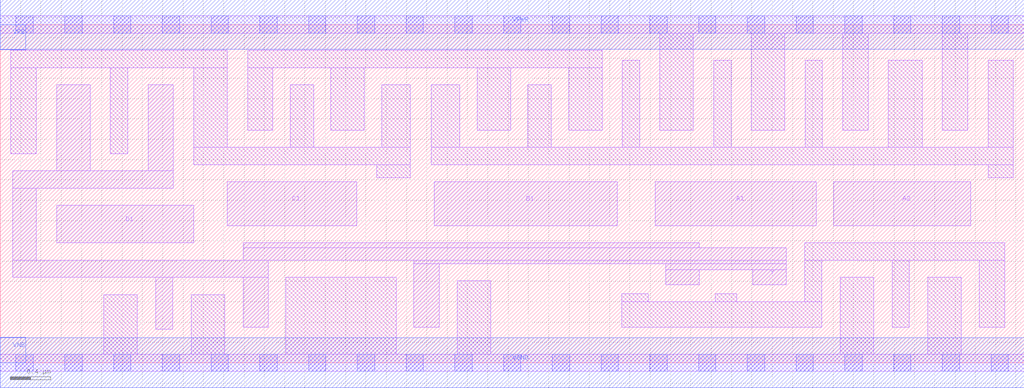
<source format=lef>
# Copyright 2020 The SkyWater PDK Authors
#
# Licensed under the Apache License, Version 2.0 (the "License");
# you may not use this file except in compliance with the License.
# You may obtain a copy of the License at
#
#     https://www.apache.org/licenses/LICENSE-2.0
#
# Unless required by applicable law or agreed to in writing, software
# distributed under the License is distributed on an "AS IS" BASIS,
# WITHOUT WARRANTIES OR CONDITIONS OF ANY KIND, either express or implied.
# See the License for the specific language governing permissions and
# limitations under the License.
#
# SPDX-License-Identifier: Apache-2.0

VERSION 5.5 ;
NAMESCASESENSITIVE ON ;
BUSBITCHARS "[]" ;
DIVIDERCHAR "/" ;
MACRO sky130_fd_sc_hs__a2111oi_4
  CLASS CORE ;
  SOURCE USER ;
  ORIGIN  0.000000  0.000000 ;
  SIZE  10.08000 BY  3.330000 ;
  SYMMETRY X Y ;
  SITE unit ;
  PIN A1
    ANTENNAGATEAREA  1.116000 ;
    DIRECTION INPUT ;
    USE SIGNAL ;
    PORT
      LAYER li1 ;
        RECT 6.450000 1.350000 8.035000 1.780000 ;
    END
  END A1
  PIN A2
    ANTENNAGATEAREA  1.116000 ;
    DIRECTION INPUT ;
    USE SIGNAL ;
    PORT
      LAYER li1 ;
        RECT 8.205000 1.350000 9.555000 1.780000 ;
    END
  END A2
  PIN B1
    ANTENNAGATEAREA  0.894000 ;
    DIRECTION INPUT ;
    USE SIGNAL ;
    PORT
      LAYER li1 ;
        RECT 4.275000 1.350000 6.075000 1.780000 ;
    END
  END B1
  PIN C1
    ANTENNAGATEAREA  0.894000 ;
    DIRECTION INPUT ;
    USE SIGNAL ;
    PORT
      LAYER li1 ;
        RECT 2.235000 1.350000 3.510000 1.780000 ;
    END
  END C1
  PIN D1
    ANTENNAGATEAREA  0.894000 ;
    DIRECTION INPUT ;
    USE SIGNAL ;
    PORT
      LAYER li1 ;
        RECT 0.555000 1.180000 1.905000 1.550000 ;
    END
  END D1
  PIN Y
    ANTENNADIFFAREA  1.708000 ;
    DIRECTION OUTPUT ;
    USE SIGNAL ;
    PORT
      LAYER li1 ;
        RECT 0.125000 0.840000 2.640000 1.010000 ;
        RECT 0.125000 1.010000 0.355000 1.720000 ;
        RECT 0.125000 1.720000 1.705000 1.890000 ;
        RECT 0.555000 1.890000 0.885000 2.735000 ;
        RECT 1.455000 1.890000 1.705000 2.735000 ;
        RECT 1.530000 0.330000 1.700000 0.840000 ;
        RECT 2.390000 0.350000 2.640000 0.840000 ;
        RECT 2.390000 1.010000 7.740000 1.130000 ;
        RECT 2.390000 1.130000 6.880000 1.180000 ;
        RECT 4.070000 0.350000 4.320000 0.975000 ;
        RECT 4.070000 0.975000 7.740000 1.010000 ;
        RECT 6.550000 0.770000 6.880000 0.915000 ;
        RECT 6.550000 0.915000 7.740000 0.975000 ;
        RECT 7.410000 0.770000 7.740000 0.915000 ;
    END
  END Y
  PIN VGND
    DIRECTION INOUT ;
    USE GROUND ;
    PORT
      LAYER met1 ;
        RECT 0.000000 -0.245000 10.080000 0.245000 ;
    END
  END VGND
  PIN VNB
    DIRECTION INOUT ;
    USE GROUND ;
    PORT
    END
  END VNB
  PIN VPB
    DIRECTION INOUT ;
    USE POWER ;
    PORT
    END
  END VPB
  PIN VNB
    DIRECTION INOUT ;
    USE GROUND ;
    PORT
      LAYER met1 ;
        RECT 0.000000 0.000000 0.250000 0.250000 ;
    END
  END VNB
  PIN VPB
    DIRECTION INOUT ;
    USE POWER ;
    PORT
      LAYER met1 ;
        RECT 0.000000 3.080000 0.250000 3.330000 ;
    END
  END VPB
  PIN VPWR
    DIRECTION INOUT ;
    USE POWER ;
    PORT
      LAYER met1 ;
        RECT 0.000000 3.085000 10.080000 3.575000 ;
    END
  END VPWR
  OBS
    LAYER li1 ;
      RECT 0.000000 -0.085000 10.080000 0.085000 ;
      RECT 0.000000  3.245000 10.080000 3.415000 ;
      RECT 0.105000  2.060000  0.355000 2.905000 ;
      RECT 0.105000  2.905000  2.235000 3.075000 ;
      RECT 1.020000  0.085000  1.350000 0.670000 ;
      RECT 1.085000  2.060000  1.255000 2.905000 ;
      RECT 1.880000  0.085000  2.210000 0.670000 ;
      RECT 1.905000  1.950000  4.035000 2.120000 ;
      RECT 1.905000  2.120000  2.235000 2.905000 ;
      RECT 2.435000  2.290000  2.685000 2.905000 ;
      RECT 2.435000  2.905000  5.925000 3.075000 ;
      RECT 2.810000  0.085000  3.900000 0.840000 ;
      RECT 2.855000  2.120000  3.085000 2.735000 ;
      RECT 3.255000  2.290000  3.585000 2.905000 ;
      RECT 3.705000  1.820000  4.035000 1.950000 ;
      RECT 3.755000  2.120000  4.035000 2.735000 ;
      RECT 4.245000  1.950000  9.975000 2.120000 ;
      RECT 4.245000  2.120000  4.525000 2.735000 ;
      RECT 4.500000  0.085000  4.830000 0.805000 ;
      RECT 4.695000  2.290000  5.025000 2.905000 ;
      RECT 5.195000  2.120000  5.425000 2.735000 ;
      RECT 5.595000  2.290000  5.925000 2.905000 ;
      RECT 6.120000  0.350000  8.090000 0.600000 ;
      RECT 6.120000  0.600000  6.380000 0.680000 ;
      RECT 6.125000  2.120000  6.295000 2.980000 ;
      RECT 6.495000  2.290000  6.825000 3.245000 ;
      RECT 7.025000  2.120000  7.195000 2.980000 ;
      RECT 7.040000  0.600000  7.250000 0.680000 ;
      RECT 7.395000  2.290000  7.725000 3.245000 ;
      RECT 7.920000  0.600000  8.090000 1.010000 ;
      RECT 7.920000  1.010000  9.890000 1.180000 ;
      RECT 7.925000  2.120000  8.095000 2.980000 ;
      RECT 8.270000  0.085000  8.600000 0.840000 ;
      RECT 8.295000  2.290000  8.545000 3.245000 ;
      RECT 8.745000  2.120000  9.075000 2.980000 ;
      RECT 8.780000  0.350000  8.950000 1.010000 ;
      RECT 9.130000  0.085000  9.460000 0.840000 ;
      RECT 9.275000  2.290000  9.525000 3.245000 ;
      RECT 9.640000  0.350000  9.890000 1.010000 ;
      RECT 9.725000  1.820000  9.975000 1.950000 ;
      RECT 9.725000  2.120000  9.975000 2.980000 ;
    LAYER mcon ;
      RECT 0.155000 -0.085000 0.325000 0.085000 ;
      RECT 0.155000  3.245000 0.325000 3.415000 ;
      RECT 0.635000 -0.085000 0.805000 0.085000 ;
      RECT 0.635000  3.245000 0.805000 3.415000 ;
      RECT 1.115000 -0.085000 1.285000 0.085000 ;
      RECT 1.115000  3.245000 1.285000 3.415000 ;
      RECT 1.595000 -0.085000 1.765000 0.085000 ;
      RECT 1.595000  3.245000 1.765000 3.415000 ;
      RECT 2.075000 -0.085000 2.245000 0.085000 ;
      RECT 2.075000  3.245000 2.245000 3.415000 ;
      RECT 2.555000 -0.085000 2.725000 0.085000 ;
      RECT 2.555000  3.245000 2.725000 3.415000 ;
      RECT 3.035000 -0.085000 3.205000 0.085000 ;
      RECT 3.035000  3.245000 3.205000 3.415000 ;
      RECT 3.515000 -0.085000 3.685000 0.085000 ;
      RECT 3.515000  3.245000 3.685000 3.415000 ;
      RECT 3.995000 -0.085000 4.165000 0.085000 ;
      RECT 3.995000  3.245000 4.165000 3.415000 ;
      RECT 4.475000 -0.085000 4.645000 0.085000 ;
      RECT 4.475000  3.245000 4.645000 3.415000 ;
      RECT 4.955000 -0.085000 5.125000 0.085000 ;
      RECT 4.955000  3.245000 5.125000 3.415000 ;
      RECT 5.435000 -0.085000 5.605000 0.085000 ;
      RECT 5.435000  3.245000 5.605000 3.415000 ;
      RECT 5.915000 -0.085000 6.085000 0.085000 ;
      RECT 5.915000  3.245000 6.085000 3.415000 ;
      RECT 6.395000 -0.085000 6.565000 0.085000 ;
      RECT 6.395000  3.245000 6.565000 3.415000 ;
      RECT 6.875000 -0.085000 7.045000 0.085000 ;
      RECT 6.875000  3.245000 7.045000 3.415000 ;
      RECT 7.355000 -0.085000 7.525000 0.085000 ;
      RECT 7.355000  3.245000 7.525000 3.415000 ;
      RECT 7.835000 -0.085000 8.005000 0.085000 ;
      RECT 7.835000  3.245000 8.005000 3.415000 ;
      RECT 8.315000 -0.085000 8.485000 0.085000 ;
      RECT 8.315000  3.245000 8.485000 3.415000 ;
      RECT 8.795000 -0.085000 8.965000 0.085000 ;
      RECT 8.795000  3.245000 8.965000 3.415000 ;
      RECT 9.275000 -0.085000 9.445000 0.085000 ;
      RECT 9.275000  3.245000 9.445000 3.415000 ;
      RECT 9.755000 -0.085000 9.925000 0.085000 ;
      RECT 9.755000  3.245000 9.925000 3.415000 ;
  END
END sky130_fd_sc_hs__a2111oi_4
END LIBRARY

</source>
